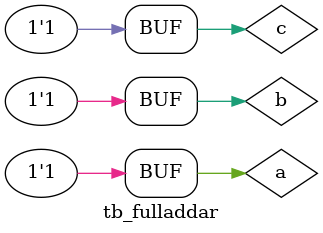
<source format=v>
`timescale 1ns / 1ps

module tb_fulladdar();
reg a,b,c;
wire sum,carry;
fulladdar DUT(.a(a),.b(b),.c(c),.sum(sum),.carry(carry));
initial
begin
a=0;b=0;c=0;
#10;
a=0;b=0;c=1;
#10;
a=0;b=1;c=0;
#10;
a=0;b=1;c=1;
#10;
a=1;b=0;c=0;
#10;
a=1;b=0;c=1;
#10;
a=1;b=1;c=0;
#10;
a=1;b=1;c=1;
#10;

end
endmodule
</source>
